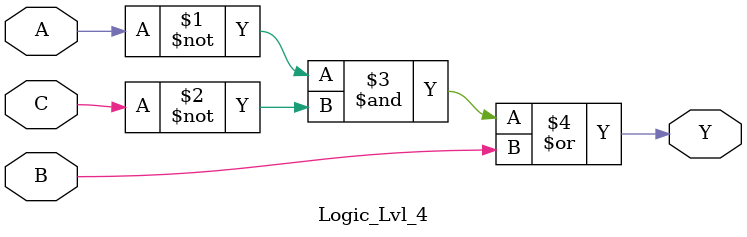
<source format=v>


module GateLvl_1(input wire A, B, C, output wire Y);
//Nots
    wire n1, n2, n3; 
//Salidas
    wire w1, w2, w3;

//Operadores
    not (n1, A);
    not (n2, B);
    not (n3, C);
    and (w1, n1, n3);
    and (w2, A, C);
    and (w3, A, n2);
    or  (Y, w1, w2, w3);
endmodule   

//Inicio Tabla 2

module GateLvl_2(input wire A, B, C, output wire Y);
//Nots
    wire n2;
//Salida solo es 'Y'

//Operadores
    not (n2, B);
    or  (Y, n2);
endmodule   

//Inicio Tabla 3

module GateLvl_3(input wire A, B, C, D, output wire Y);

//Nots
    wire n1, n2, n3, n4;
//Salidas
    wire w1, w2, w3, w4, w5, w6, w7, w8;

//Operadores
    not (n1, A);
    not (n2, B);
    not (n3, C);
    not (n4, D);
    and (w1, n1, n2, n3, n4);
    and (w2, A, B, n3, n4);
    and (w3, n1, B, n3, D);
    and (w4, A, n2, n3, D);
    and (w5, n1, n2, C, D);
    and (w6, A, B, C, D);
    and (w7, n1, B, C, n4);
    and (w8, A, n2, C, n4);
    or  (Y, w1, w2, w3, w4, w5, w6, w7, w8);
endmodule

//Inicio Tabla 4

module GateLvl_4(input wire A, B, C, D, output wire Y);

//Nots
    wire n3, n4;
//Salidas
    wire w1, w2, w3;

//Operadores
    not (n3, C);
    not (n4, D);
    and (w1, A, n3, n4);
    and (w2, A, B);
    and (w3, A, C);
    or  (Y, w1, w2, w3);
endmodule

//Inicio Configuracion Operadores Logicos Tablas Ejercicio 2

//Tabla 1
module Logic_Lvl_1(input wire A, B, C, D, output wire Y);

    assign Y = (~B & ~C & ~D) | (A & ~C) | (A & ~D) | (A & ~B);

endmodule

//Tabla 2
module Logic_Lvl_2(input wire A, B, C, output wire Y);

    assign Y = (~B) | (C);

endmodule

//Tabla 3
module Logic_Lvl_3(input wire A, B, C, D, output wire Y);

    assign Y = (~B & ~C & D) | (B) | (A & D);

endmodule

//Tabla 4
module Logic_Lvl_4(input wire A, B, C, output wire Y);

    assign Y = (~A & ~C) | (B);

endmodule

</source>
